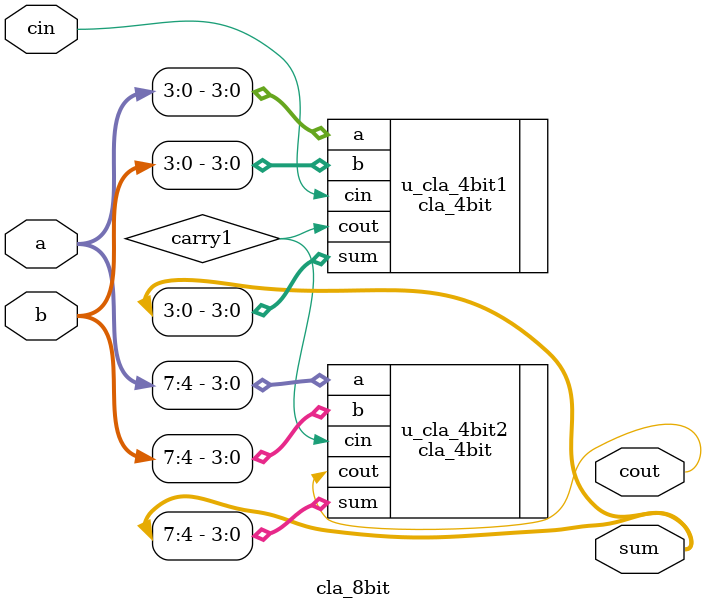
<source format=v>
module cla_8bit(
    a,
    b,
    cin,
    sum,
    cout
);

input [7:0] a;
input [7:0] b;
input cin;

output cout;
output [7:0] sum;

wire carry1;

cla_4bit u_cla_4bit1(
    .a(a[3:0]),
    .b(b[3:0]),
    .cin(cin),
    .sum(sum[3:0]),
    .cout(carry1)
);
cla_4bit u_cla_4bit2(
    .a(a[7:4]),
    .b(b[7:4]),
    .cin(carry1),
    .sum(sum[7:4]),
    .cout(cout)
);

endmodule
</source>
